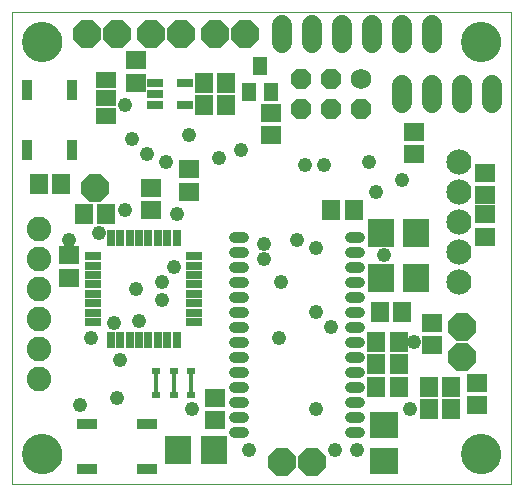
<source format=gts>
G75*
G70*
%OFA0B0*%
%FSLAX24Y24*%
%IPPOS*%
%LPD*%
%AMOC8*
5,1,8,0,0,1.08239X$1,22.5*
%
%ADD10C,0.0000*%
%ADD11C,0.1340*%
%ADD12C,0.0380*%
%ADD13C,0.0840*%
%ADD14R,0.0474X0.0631*%
%ADD15R,0.0710X0.0592*%
%ADD16OC8,0.0930*%
%ADD17R,0.0380X0.0680*%
%ADD18R,0.0300X0.0580*%
%ADD19R,0.0580X0.0300*%
%ADD20C,0.0820*%
%ADD21R,0.0592X0.0710*%
%ADD22R,0.0671X0.0592*%
%ADD23R,0.0552X0.0297*%
%ADD24R,0.0592X0.0671*%
%ADD25R,0.0710X0.0540*%
%ADD26R,0.0867X0.0946*%
%ADD27R,0.0946X0.0867*%
%ADD28C,0.0680*%
%ADD29OC8,0.0680*%
%ADD30C,0.0680*%
%ADD31R,0.0315X0.0197*%
%ADD32R,0.0157X0.0630*%
%ADD33R,0.0680X0.0380*%
%ADD34C,0.0480*%
D10*
X000126Y000126D02*
X000126Y015872D01*
X016746Y015872D01*
X016746Y000126D01*
X000126Y000126D01*
X000496Y001126D02*
X000498Y001176D01*
X000504Y001226D01*
X000514Y001275D01*
X000528Y001323D01*
X000545Y001370D01*
X000566Y001415D01*
X000591Y001459D01*
X000619Y001500D01*
X000651Y001539D01*
X000685Y001576D01*
X000722Y001610D01*
X000762Y001640D01*
X000804Y001667D01*
X000848Y001691D01*
X000894Y001712D01*
X000941Y001728D01*
X000989Y001741D01*
X001039Y001750D01*
X001088Y001755D01*
X001139Y001756D01*
X001189Y001753D01*
X001238Y001746D01*
X001287Y001735D01*
X001335Y001720D01*
X001381Y001702D01*
X001426Y001680D01*
X001469Y001654D01*
X001510Y001625D01*
X001549Y001593D01*
X001585Y001558D01*
X001617Y001520D01*
X001647Y001480D01*
X001674Y001437D01*
X001697Y001393D01*
X001716Y001347D01*
X001732Y001299D01*
X001744Y001250D01*
X001752Y001201D01*
X001756Y001151D01*
X001756Y001101D01*
X001752Y001051D01*
X001744Y001002D01*
X001732Y000953D01*
X001716Y000905D01*
X001697Y000859D01*
X001674Y000815D01*
X001647Y000772D01*
X001617Y000732D01*
X001585Y000694D01*
X001549Y000659D01*
X001510Y000627D01*
X001469Y000598D01*
X001426Y000572D01*
X001381Y000550D01*
X001335Y000532D01*
X001287Y000517D01*
X001238Y000506D01*
X001189Y000499D01*
X001139Y000496D01*
X001088Y000497D01*
X001039Y000502D01*
X000989Y000511D01*
X000941Y000524D01*
X000894Y000540D01*
X000848Y000561D01*
X000804Y000585D01*
X000762Y000612D01*
X000722Y000642D01*
X000685Y000676D01*
X000651Y000713D01*
X000619Y000752D01*
X000591Y000793D01*
X000566Y000837D01*
X000545Y000882D01*
X000528Y000929D01*
X000514Y000977D01*
X000504Y001026D01*
X000498Y001076D01*
X000496Y001126D01*
X000496Y014876D02*
X000498Y014926D01*
X000504Y014976D01*
X000514Y015025D01*
X000528Y015073D01*
X000545Y015120D01*
X000566Y015165D01*
X000591Y015209D01*
X000619Y015250D01*
X000651Y015289D01*
X000685Y015326D01*
X000722Y015360D01*
X000762Y015390D01*
X000804Y015417D01*
X000848Y015441D01*
X000894Y015462D01*
X000941Y015478D01*
X000989Y015491D01*
X001039Y015500D01*
X001088Y015505D01*
X001139Y015506D01*
X001189Y015503D01*
X001238Y015496D01*
X001287Y015485D01*
X001335Y015470D01*
X001381Y015452D01*
X001426Y015430D01*
X001469Y015404D01*
X001510Y015375D01*
X001549Y015343D01*
X001585Y015308D01*
X001617Y015270D01*
X001647Y015230D01*
X001674Y015187D01*
X001697Y015143D01*
X001716Y015097D01*
X001732Y015049D01*
X001744Y015000D01*
X001752Y014951D01*
X001756Y014901D01*
X001756Y014851D01*
X001752Y014801D01*
X001744Y014752D01*
X001732Y014703D01*
X001716Y014655D01*
X001697Y014609D01*
X001674Y014565D01*
X001647Y014522D01*
X001617Y014482D01*
X001585Y014444D01*
X001549Y014409D01*
X001510Y014377D01*
X001469Y014348D01*
X001426Y014322D01*
X001381Y014300D01*
X001335Y014282D01*
X001287Y014267D01*
X001238Y014256D01*
X001189Y014249D01*
X001139Y014246D01*
X001088Y014247D01*
X001039Y014252D01*
X000989Y014261D01*
X000941Y014274D01*
X000894Y014290D01*
X000848Y014311D01*
X000804Y014335D01*
X000762Y014362D01*
X000722Y014392D01*
X000685Y014426D01*
X000651Y014463D01*
X000619Y014502D01*
X000591Y014543D01*
X000566Y014587D01*
X000545Y014632D01*
X000528Y014679D01*
X000514Y014727D01*
X000504Y014776D01*
X000498Y014826D01*
X000496Y014876D01*
X015121Y014876D02*
X015123Y014926D01*
X015129Y014976D01*
X015139Y015025D01*
X015153Y015073D01*
X015170Y015120D01*
X015191Y015165D01*
X015216Y015209D01*
X015244Y015250D01*
X015276Y015289D01*
X015310Y015326D01*
X015347Y015360D01*
X015387Y015390D01*
X015429Y015417D01*
X015473Y015441D01*
X015519Y015462D01*
X015566Y015478D01*
X015614Y015491D01*
X015664Y015500D01*
X015713Y015505D01*
X015764Y015506D01*
X015814Y015503D01*
X015863Y015496D01*
X015912Y015485D01*
X015960Y015470D01*
X016006Y015452D01*
X016051Y015430D01*
X016094Y015404D01*
X016135Y015375D01*
X016174Y015343D01*
X016210Y015308D01*
X016242Y015270D01*
X016272Y015230D01*
X016299Y015187D01*
X016322Y015143D01*
X016341Y015097D01*
X016357Y015049D01*
X016369Y015000D01*
X016377Y014951D01*
X016381Y014901D01*
X016381Y014851D01*
X016377Y014801D01*
X016369Y014752D01*
X016357Y014703D01*
X016341Y014655D01*
X016322Y014609D01*
X016299Y014565D01*
X016272Y014522D01*
X016242Y014482D01*
X016210Y014444D01*
X016174Y014409D01*
X016135Y014377D01*
X016094Y014348D01*
X016051Y014322D01*
X016006Y014300D01*
X015960Y014282D01*
X015912Y014267D01*
X015863Y014256D01*
X015814Y014249D01*
X015764Y014246D01*
X015713Y014247D01*
X015664Y014252D01*
X015614Y014261D01*
X015566Y014274D01*
X015519Y014290D01*
X015473Y014311D01*
X015429Y014335D01*
X015387Y014362D01*
X015347Y014392D01*
X015310Y014426D01*
X015276Y014463D01*
X015244Y014502D01*
X015216Y014543D01*
X015191Y014587D01*
X015170Y014632D01*
X015153Y014679D01*
X015139Y014727D01*
X015129Y014776D01*
X015123Y014826D01*
X015121Y014876D01*
X015121Y001126D02*
X015123Y001176D01*
X015129Y001226D01*
X015139Y001275D01*
X015153Y001323D01*
X015170Y001370D01*
X015191Y001415D01*
X015216Y001459D01*
X015244Y001500D01*
X015276Y001539D01*
X015310Y001576D01*
X015347Y001610D01*
X015387Y001640D01*
X015429Y001667D01*
X015473Y001691D01*
X015519Y001712D01*
X015566Y001728D01*
X015614Y001741D01*
X015664Y001750D01*
X015713Y001755D01*
X015764Y001756D01*
X015814Y001753D01*
X015863Y001746D01*
X015912Y001735D01*
X015960Y001720D01*
X016006Y001702D01*
X016051Y001680D01*
X016094Y001654D01*
X016135Y001625D01*
X016174Y001593D01*
X016210Y001558D01*
X016242Y001520D01*
X016272Y001480D01*
X016299Y001437D01*
X016322Y001393D01*
X016341Y001347D01*
X016357Y001299D01*
X016369Y001250D01*
X016377Y001201D01*
X016381Y001151D01*
X016381Y001101D01*
X016377Y001051D01*
X016369Y001002D01*
X016357Y000953D01*
X016341Y000905D01*
X016322Y000859D01*
X016299Y000815D01*
X016272Y000772D01*
X016242Y000732D01*
X016210Y000694D01*
X016174Y000659D01*
X016135Y000627D01*
X016094Y000598D01*
X016051Y000572D01*
X016006Y000550D01*
X015960Y000532D01*
X015912Y000517D01*
X015863Y000506D01*
X015814Y000499D01*
X015764Y000496D01*
X015713Y000497D01*
X015664Y000502D01*
X015614Y000511D01*
X015566Y000524D01*
X015519Y000540D01*
X015473Y000561D01*
X015429Y000585D01*
X015387Y000612D01*
X015347Y000642D01*
X015310Y000676D01*
X015276Y000713D01*
X015244Y000752D01*
X015216Y000793D01*
X015191Y000837D01*
X015170Y000882D01*
X015153Y000929D01*
X015139Y000977D01*
X015129Y001026D01*
X015123Y001076D01*
X015121Y001126D01*
D11*
X015751Y001126D03*
X015751Y014876D03*
X001126Y014876D03*
X001126Y001126D03*
D12*
X007526Y001876D02*
X007826Y001876D01*
X007826Y002376D02*
X007526Y002376D01*
X007526Y002876D02*
X007826Y002876D01*
X007826Y003376D02*
X007526Y003376D01*
X007526Y003876D02*
X007826Y003876D01*
X007826Y004376D02*
X007526Y004376D01*
X007526Y004876D02*
X007826Y004876D01*
X007826Y005376D02*
X007526Y005376D01*
X007526Y005876D02*
X007826Y005876D01*
X007826Y006376D02*
X007526Y006376D01*
X007526Y006876D02*
X007826Y006876D01*
X007826Y007376D02*
X007526Y007376D01*
X007526Y007876D02*
X007826Y007876D01*
X007826Y008376D02*
X007526Y008376D01*
X011376Y008376D02*
X011676Y008376D01*
X011676Y007876D02*
X011376Y007876D01*
X011376Y007376D02*
X011676Y007376D01*
X011676Y006876D02*
X011376Y006876D01*
X011376Y006376D02*
X011676Y006376D01*
X011676Y005876D02*
X011376Y005876D01*
X011376Y005376D02*
X011676Y005376D01*
X011676Y004876D02*
X011376Y004876D01*
X011376Y004376D02*
X011676Y004376D01*
X011676Y003876D02*
X011376Y003876D01*
X011376Y003376D02*
X011676Y003376D01*
X011676Y002876D02*
X011376Y002876D01*
X011376Y002376D02*
X011676Y002376D01*
X011676Y001876D02*
X011376Y001876D01*
D13*
X015001Y006876D03*
X015001Y007876D03*
X015001Y008876D03*
X015001Y009876D03*
X015001Y010876D03*
D14*
X008750Y013193D03*
X008002Y013193D03*
X008376Y014059D03*
D15*
X008751Y012500D03*
X008751Y011752D03*
X014126Y005500D03*
X014126Y004752D03*
X015876Y008377D03*
X015876Y009125D03*
X015876Y009752D03*
X015876Y010500D03*
D16*
X015126Y005376D03*
X015126Y004376D03*
X010126Y000876D03*
X009126Y000876D03*
X002876Y010001D03*
X002626Y015126D03*
X003626Y015126D03*
X004751Y015126D03*
X005751Y015126D03*
X006876Y015126D03*
X007876Y015126D03*
D17*
X002126Y013251D03*
X000626Y013251D03*
X000626Y011251D03*
X002126Y011251D03*
D18*
X003398Y008316D03*
X003713Y008316D03*
X004028Y008316D03*
X004343Y008316D03*
X004658Y008316D03*
X004973Y008316D03*
X005288Y008316D03*
X005603Y008316D03*
X005603Y004936D03*
X005288Y004936D03*
X004973Y004936D03*
X004658Y004936D03*
X004343Y004936D03*
X004028Y004936D03*
X003713Y004936D03*
X003398Y004936D03*
D19*
X002811Y005523D03*
X002811Y005838D03*
X002811Y006153D03*
X002811Y006468D03*
X002811Y006783D03*
X002811Y007098D03*
X002811Y007413D03*
X002811Y007728D03*
X006191Y007728D03*
X006191Y007413D03*
X006191Y007098D03*
X006191Y006783D03*
X006191Y006468D03*
X006191Y006153D03*
X006191Y005838D03*
X006191Y005523D03*
D20*
X001001Y005626D03*
X001001Y006626D03*
X001001Y007626D03*
X001001Y008626D03*
X001001Y004626D03*
X001001Y003626D03*
D21*
X001002Y010126D03*
X001750Y010126D03*
X012252Y004876D03*
X013000Y004876D03*
X014002Y003376D03*
X014750Y003376D03*
X014750Y002626D03*
X014002Y002626D03*
D22*
X015626Y002752D03*
X015626Y003500D03*
X013501Y011127D03*
X013501Y011875D03*
X006001Y010625D03*
X006001Y009877D03*
X004751Y010000D03*
X004751Y009252D03*
X002001Y007750D03*
X002001Y007002D03*
X006876Y003000D03*
X006876Y002252D03*
X004251Y013502D03*
X004251Y014250D03*
D23*
X004864Y013500D03*
X004864Y013126D03*
X004864Y012752D03*
X005887Y012752D03*
X005887Y013500D03*
D24*
X006502Y013501D03*
X007250Y013501D03*
X007250Y012751D03*
X006502Y012751D03*
X003250Y009126D03*
X002502Y009126D03*
X010752Y009251D03*
X011500Y009251D03*
X012377Y005876D03*
X013125Y005876D03*
X013000Y004126D03*
X012252Y004126D03*
X012252Y003376D03*
X013000Y003376D03*
D25*
X003251Y012401D03*
X003251Y013001D03*
X003251Y013601D03*
D26*
X012410Y008501D03*
X013591Y008501D03*
X013591Y007001D03*
X012410Y007001D03*
X006841Y001251D03*
X005660Y001251D03*
D27*
X012501Y000910D03*
X012501Y002091D03*
D28*
X011751Y013626D03*
D29*
X011751Y012626D03*
X010751Y012626D03*
X010751Y013626D03*
X009751Y013626D03*
X009751Y012626D03*
D30*
X010126Y014826D02*
X010126Y015426D01*
X011126Y015426D02*
X011126Y014826D01*
X012126Y014826D02*
X012126Y015426D01*
X013126Y015426D02*
X013126Y014826D01*
X014126Y014826D02*
X014126Y015426D01*
X014126Y013426D02*
X014126Y012826D01*
X015126Y012826D02*
X015126Y013426D01*
X016126Y013426D02*
X016126Y012826D01*
X013126Y012826D02*
X013126Y013426D01*
X009126Y014826D02*
X009126Y015426D01*
D31*
X006091Y003914D03*
X005501Y003914D03*
X004910Y003914D03*
X004910Y003087D03*
X005501Y003087D03*
X006091Y003087D03*
D32*
X006091Y003501D03*
X005501Y003501D03*
X004910Y003501D03*
D33*
X004626Y002126D03*
X004626Y000626D03*
X002626Y000626D03*
X002626Y002126D03*
D34*
X002376Y002751D03*
X003626Y003001D03*
X003719Y004251D03*
X002751Y005001D03*
X003501Y005501D03*
X004344Y005563D03*
X005126Y006251D03*
X005126Y006876D03*
X005501Y007376D03*
X004251Y006626D03*
X003001Y008501D03*
X003876Y009251D03*
X005626Y009126D03*
X005251Y010876D03*
X004626Y011126D03*
X004126Y011626D03*
X003876Y012751D03*
X006001Y011751D03*
X007001Y011001D03*
X007751Y011251D03*
X009876Y010751D03*
X010501Y010751D03*
X012001Y010876D03*
X013126Y010251D03*
X012251Y009876D03*
X010251Y008001D03*
X009626Y008251D03*
X008501Y008126D03*
X008501Y007626D03*
X009063Y006876D03*
X010251Y005876D03*
X010751Y005376D03*
X009001Y005001D03*
X010251Y002626D03*
X010876Y001251D03*
X011626Y001251D03*
X013376Y002626D03*
X013501Y004876D03*
X012501Y007751D03*
X006126Y002626D03*
X008001Y001251D03*
X002001Y008251D03*
M02*

</source>
